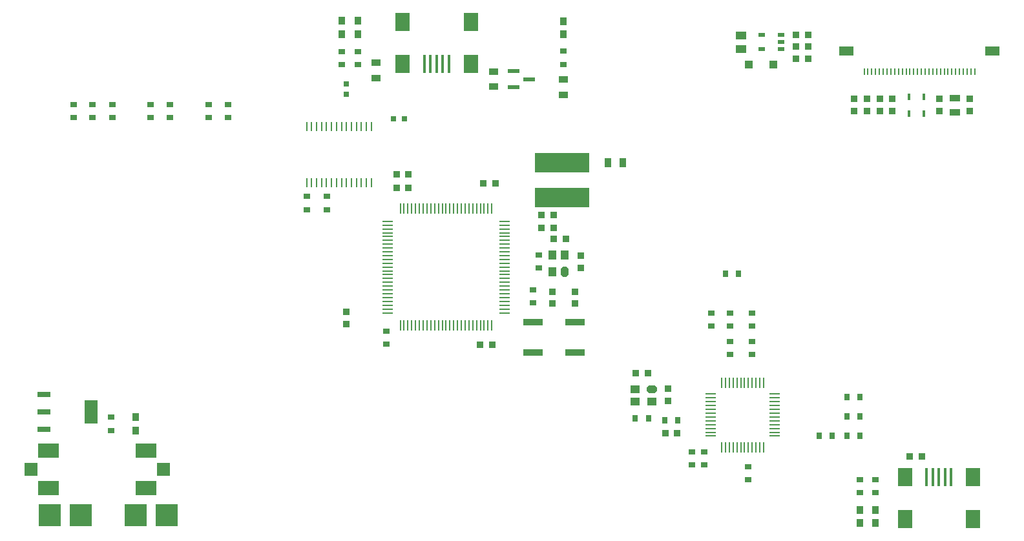
<source format=gtp>
G04*
G04 #@! TF.GenerationSoftware,Altium Limited,Altium NEXUS,2.1.8 (74)*
G04*
G04 Layer_Color=8421504*
%FSLAX25Y25*%
%MOIN*%
G70*
G01*
G75*
%ADD20R,0.03543X0.02362*%
%ADD21R,0.04134X0.05118*%
G04:AMPARAMS|DCode=22|XSize=51.18mil|YSize=41.34mil|CornerRadius=0mil|HoleSize=0mil|Usage=FLASHONLY|Rotation=270.000|XOffset=0mil|YOffset=0mil|HoleType=Round|Shape=Octagon|*
%AMOCTAGOND22*
4,1,8,-0.01034,-0.02559,0.01034,-0.02559,0.02067,-0.01526,0.02067,0.01526,0.01034,0.02559,-0.01034,0.02559,-0.02067,0.01526,-0.02067,-0.01526,-0.01034,-0.02559,0.0*
%
%ADD22OCTAGOND22*%

%ADD23R,0.06339X0.02402*%
%ADD24R,0.03543X0.03150*%
%ADD25R,0.03543X0.03347*%
%ADD26R,0.27953X0.09843*%
%ADD27R,0.11417X0.11417*%
%ADD28R,0.00787X0.03543*%
%ADD29R,0.07480X0.04724*%
%ADD30R,0.05362X0.00549*%
%ADD31R,0.00549X0.05362*%
%ADD32R,0.11024X0.07480*%
%ADD33R,0.07087X0.07087*%
%ADD34R,0.03543X0.05118*%
%ADD35R,0.03543X0.03543*%
%ADD36R,0.03150X0.02756*%
%ADD37R,0.03937X0.04409*%
%ADD38R,0.10433X0.03543*%
%ADD39R,0.01181X0.03347*%
%ADD40R,0.05315X0.03740*%
%ADD41R,0.05394X0.04055*%
%ADD42R,0.00976X0.05106*%
%ADD43R,0.06929X0.03150*%
%ADD44R,0.06929X0.12165*%
%ADD45R,0.05748X0.00709*%
%ADD46R,0.00709X0.05748*%
%ADD47R,0.07480X0.09449*%
%ADD48R,0.01575X0.09449*%
%ADD49R,0.03543X0.03937*%
%ADD50R,0.03543X0.03543*%
%ADD51R,0.05118X0.03543*%
%ADD52R,0.03347X0.03543*%
%ADD53R,0.02756X0.03150*%
%ADD54R,0.03150X0.03543*%
%ADD55R,0.05118X0.04134*%
G04:AMPARAMS|DCode=56|XSize=51.18mil|YSize=41.34mil|CornerRadius=0mil|HoleSize=0mil|Usage=FLASHONLY|Rotation=0.000|XOffset=0mil|YOffset=0mil|HoleType=Round|Shape=Octagon|*
%AMOCTAGOND56*
4,1,8,0.02559,-0.01034,0.02559,0.01034,0.01526,0.02067,-0.01526,0.02067,-0.02559,0.01034,-0.02559,-0.01034,-0.01526,-0.02067,0.01526,-0.02067,0.02559,-0.01034,0.0*
%
%ADD56OCTAGOND56*%

D20*
X427756Y252067D02*
D03*
Y255807D02*
D03*
Y259547D02*
D03*
X417520D02*
D03*
Y252067D02*
D03*
D21*
X316083Y145890D02*
D03*
X309784Y137228D02*
D03*
Y145890D02*
D03*
D22*
X316083Y137228D02*
D03*
D23*
X289784Y240650D02*
D03*
Y232579D02*
D03*
X297618Y236614D02*
D03*
D24*
X142244Y216831D02*
D03*
Y223524D02*
D03*
X476396Y29805D02*
D03*
Y23112D02*
D03*
X468203Y23112D02*
D03*
Y29805D02*
D03*
X381496Y37598D02*
D03*
Y44291D02*
D03*
X388095Y44188D02*
D03*
Y37495D02*
D03*
X410755Y36630D02*
D03*
Y29937D02*
D03*
X401135Y94347D02*
D03*
Y101040D02*
D03*
X412715Y94347D02*
D03*
Y101040D02*
D03*
X391587Y109032D02*
D03*
Y115725D02*
D03*
X401135Y109111D02*
D03*
Y115804D02*
D03*
X412503Y109095D02*
D03*
Y115787D02*
D03*
X315354Y251003D02*
D03*
Y244310D02*
D03*
X200990Y250915D02*
D03*
Y244222D02*
D03*
X209364Y250915D02*
D03*
Y244222D02*
D03*
X182884Y169295D02*
D03*
Y175988D02*
D03*
X193223Y169295D02*
D03*
Y175988D02*
D03*
X299646Y127747D02*
D03*
Y121055D02*
D03*
X302598Y139197D02*
D03*
Y145890D02*
D03*
X81890Y62008D02*
D03*
Y55315D02*
D03*
X112244Y216831D02*
D03*
Y223524D02*
D03*
X102244Y216831D02*
D03*
Y223524D02*
D03*
X82677Y216831D02*
D03*
Y223524D02*
D03*
X224016Y106527D02*
D03*
Y99834D02*
D03*
X72441Y216831D02*
D03*
Y223524D02*
D03*
X132244Y223524D02*
D03*
Y216831D02*
D03*
X62598Y216831D02*
D03*
Y223524D02*
D03*
D25*
X485039Y226378D02*
D03*
Y220079D02*
D03*
X478543Y226378D02*
D03*
Y220079D02*
D03*
X465354Y226378D02*
D03*
Y220079D02*
D03*
X472047Y226378D02*
D03*
Y220079D02*
D03*
X525000Y226342D02*
D03*
Y220042D02*
D03*
X509252Y226342D02*
D03*
Y220042D02*
D03*
D26*
X314655Y193504D02*
D03*
Y175394D02*
D03*
D27*
X110512Y11417D02*
D03*
X94764D02*
D03*
X66142D02*
D03*
X50394D02*
D03*
D28*
X470472Y240631D02*
D03*
X472441D02*
D03*
X474409D02*
D03*
X476378D02*
D03*
X478346D02*
D03*
X480315D02*
D03*
X482283D02*
D03*
X484252D02*
D03*
X486221D02*
D03*
X488189D02*
D03*
X490158D02*
D03*
X492126D02*
D03*
X494095D02*
D03*
X496063D02*
D03*
X498032D02*
D03*
X500000D02*
D03*
X501968D02*
D03*
X503937D02*
D03*
X505905D02*
D03*
X507874D02*
D03*
X509842D02*
D03*
X511811D02*
D03*
X513779D02*
D03*
X515748D02*
D03*
X517717D02*
D03*
X519685D02*
D03*
X521654D02*
D03*
X523622D02*
D03*
X525591D02*
D03*
X527559D02*
D03*
D29*
X536614Y251261D02*
D03*
X461417D02*
D03*
D30*
X391202Y73992D02*
D03*
Y72024D02*
D03*
Y70055D02*
D03*
Y68087D02*
D03*
Y66118D02*
D03*
Y64150D02*
D03*
Y62181D02*
D03*
Y60213D02*
D03*
Y58244D02*
D03*
Y56276D02*
D03*
Y54307D02*
D03*
Y52339D02*
D03*
X424402D02*
D03*
Y54307D02*
D03*
Y56276D02*
D03*
Y58244D02*
D03*
Y60213D02*
D03*
Y62181D02*
D03*
Y64150D02*
D03*
Y66118D02*
D03*
Y68087D02*
D03*
Y70055D02*
D03*
Y72024D02*
D03*
Y73992D02*
D03*
D31*
X396975Y46566D02*
D03*
X398944D02*
D03*
X400912D02*
D03*
X402881D02*
D03*
X404849D02*
D03*
X406818D02*
D03*
X408786D02*
D03*
X410755D02*
D03*
X412723D02*
D03*
X414692D02*
D03*
X416660D02*
D03*
X418629D02*
D03*
Y79766D02*
D03*
X416660D02*
D03*
X414692D02*
D03*
X412723D02*
D03*
X410755D02*
D03*
X408786D02*
D03*
X406818D02*
D03*
X404849D02*
D03*
X402881D02*
D03*
X400912D02*
D03*
X398944D02*
D03*
X396975D02*
D03*
D32*
X49764Y44882D02*
D03*
Y25591D02*
D03*
X100000Y44882D02*
D03*
Y25591D02*
D03*
D33*
X40748Y35236D02*
D03*
X109016D02*
D03*
D34*
X346094Y193504D02*
D03*
X338221D02*
D03*
D35*
X303937Y166559D02*
D03*
X310236D02*
D03*
X358933Y84782D02*
D03*
X352634D02*
D03*
X494095Y41732D02*
D03*
X500394D02*
D03*
X367820Y53874D02*
D03*
X374119D02*
D03*
X280394Y182897D02*
D03*
X274095D02*
D03*
X272441Y99630D02*
D03*
X278740D02*
D03*
X235433Y180512D02*
D03*
X229134D02*
D03*
X310354Y153982D02*
D03*
X316654D02*
D03*
X310236Y159937D02*
D03*
X303937D02*
D03*
D36*
X203357Y228740D02*
D03*
Y234252D02*
D03*
D37*
X423701Y243996D02*
D03*
X410827D02*
D03*
D38*
X321299Y111094D02*
D03*
X299646D02*
D03*
Y95346D02*
D03*
X321299D02*
D03*
D39*
X493504Y218960D02*
D03*
Y227424D02*
D03*
X501378Y227424D02*
D03*
Y218960D02*
D03*
D40*
X517126Y226834D02*
D03*
Y219550D02*
D03*
D41*
X406890Y259311D02*
D03*
Y252303D02*
D03*
D42*
X182884Y212002D02*
D03*
X185443D02*
D03*
X188002D02*
D03*
X190561D02*
D03*
X193120D02*
D03*
X195679D02*
D03*
X198238D02*
D03*
X203357D02*
D03*
X200797D02*
D03*
X205915D02*
D03*
X208475D02*
D03*
X211034D02*
D03*
X213593D02*
D03*
X216152D02*
D03*
X182884Y183215D02*
D03*
X185443D02*
D03*
X188002D02*
D03*
X190561D02*
D03*
X193120D02*
D03*
X195679D02*
D03*
X198238D02*
D03*
X200797D02*
D03*
X203357D02*
D03*
X205915D02*
D03*
X208475D02*
D03*
X211034D02*
D03*
X213593D02*
D03*
X216152D02*
D03*
D43*
X47382Y73976D02*
D03*
Y64921D02*
D03*
Y55866D02*
D03*
D44*
X71595Y64921D02*
D03*
D45*
X285000Y115968D02*
D03*
Y117937D02*
D03*
Y119905D02*
D03*
Y121874D02*
D03*
Y123842D02*
D03*
Y125811D02*
D03*
Y127779D02*
D03*
Y129748D02*
D03*
Y131716D02*
D03*
Y133685D02*
D03*
Y135653D02*
D03*
Y137622D02*
D03*
Y139590D02*
D03*
Y141559D02*
D03*
Y143527D02*
D03*
Y145496D02*
D03*
Y147464D02*
D03*
Y149433D02*
D03*
Y151401D02*
D03*
Y153370D02*
D03*
Y155338D02*
D03*
Y157307D02*
D03*
Y159275D02*
D03*
Y161244D02*
D03*
Y163212D02*
D03*
X224528D02*
D03*
Y161244D02*
D03*
Y159275D02*
D03*
Y157307D02*
D03*
Y155338D02*
D03*
Y153370D02*
D03*
Y151401D02*
D03*
Y149433D02*
D03*
Y147464D02*
D03*
Y145496D02*
D03*
Y143527D02*
D03*
Y141559D02*
D03*
Y139590D02*
D03*
Y137622D02*
D03*
Y135653D02*
D03*
Y133685D02*
D03*
Y131716D02*
D03*
Y129748D02*
D03*
Y127779D02*
D03*
Y125811D02*
D03*
Y123842D02*
D03*
Y121874D02*
D03*
Y119905D02*
D03*
Y117937D02*
D03*
Y115968D02*
D03*
D46*
X278386Y169827D02*
D03*
X276417D02*
D03*
X274449D02*
D03*
X272480D02*
D03*
X270512D02*
D03*
X268543D02*
D03*
X266575D02*
D03*
X264606D02*
D03*
X262638D02*
D03*
X260669D02*
D03*
X258701D02*
D03*
X256732D02*
D03*
X254764D02*
D03*
X252795D02*
D03*
X250827D02*
D03*
X248858D02*
D03*
X246890D02*
D03*
X244921D02*
D03*
X242953D02*
D03*
X240984D02*
D03*
X239016D02*
D03*
X237047D02*
D03*
X235079D02*
D03*
X233110D02*
D03*
X231142D02*
D03*
Y109354D02*
D03*
X233110D02*
D03*
X235079D02*
D03*
X237047D02*
D03*
X239016D02*
D03*
X240984D02*
D03*
X242953D02*
D03*
X244921D02*
D03*
X246890D02*
D03*
X248858D02*
D03*
X250827D02*
D03*
X252795D02*
D03*
X254764D02*
D03*
X256732D02*
D03*
X258701D02*
D03*
X260669D02*
D03*
X262638D02*
D03*
X264606D02*
D03*
X266575D02*
D03*
X268543D02*
D03*
X270512D02*
D03*
X272480D02*
D03*
X274449D02*
D03*
X276417D02*
D03*
X278386D02*
D03*
D47*
X232361Y266181D02*
D03*
X267479D02*
D03*
X232361Y244606D02*
D03*
X267479D02*
D03*
X526614Y9528D02*
D03*
X491496D02*
D03*
X526614Y31102D02*
D03*
X491496D02*
D03*
D48*
X243621Y244606D02*
D03*
X246771D02*
D03*
X249920D02*
D03*
X253070D02*
D03*
X256220D02*
D03*
X515354Y31102D02*
D03*
X512205D02*
D03*
X509055D02*
D03*
X505905D02*
D03*
X502756D02*
D03*
D49*
X94764Y55315D02*
D03*
Y62008D02*
D03*
X476396Y14057D02*
D03*
Y7364D02*
D03*
X468203Y14057D02*
D03*
Y7364D02*
D03*
X315354Y259906D02*
D03*
Y266599D02*
D03*
X200990Y259970D02*
D03*
Y266663D02*
D03*
X209364Y259970D02*
D03*
Y266663D02*
D03*
D50*
X369292Y76702D02*
D03*
Y70402D02*
D03*
X324262Y139236D02*
D03*
Y145535D02*
D03*
X321195Y126949D02*
D03*
Y120650D02*
D03*
X309679Y120682D02*
D03*
Y126981D02*
D03*
X203357Y110063D02*
D03*
Y116362D02*
D03*
D51*
X315354Y228523D02*
D03*
Y236397D02*
D03*
X279134Y240565D02*
D03*
Y232691D02*
D03*
X218771Y245032D02*
D03*
Y237158D02*
D03*
D52*
X435236Y253346D02*
D03*
X441535D02*
D03*
X229134Y187343D02*
D03*
X235433D02*
D03*
X441535Y246988D02*
D03*
X435236D02*
D03*
X435236Y259547D02*
D03*
X441535D02*
D03*
D53*
X227786Y215983D02*
D03*
X233298D02*
D03*
D54*
X359130Y61643D02*
D03*
X352437D02*
D03*
X405780Y136180D02*
D03*
X399087D02*
D03*
X367623Y60616D02*
D03*
X374316D02*
D03*
X447254Y52580D02*
D03*
X453947D02*
D03*
X461624D02*
D03*
X468317D02*
D03*
X461624Y62580D02*
D03*
X468317D02*
D03*
X461624Y72580D02*
D03*
X468317D02*
D03*
D55*
X352437Y76603D02*
D03*
X361099Y70304D02*
D03*
X352437D02*
D03*
D56*
X361099Y76603D02*
D03*
M02*

</source>
